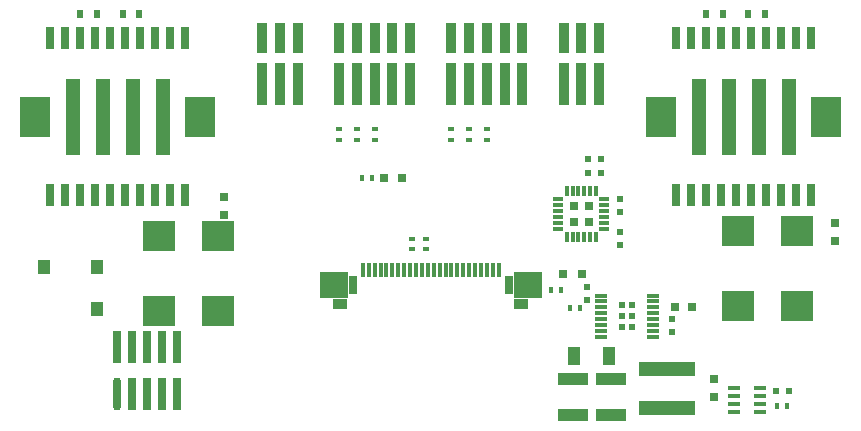
<source format=gbr>
G04 #@! TF.FileFunction,Paste,Top*
%FSLAX46Y46*%
G04 Gerber Fmt 4.6, Leading zero omitted, Abs format (unit mm)*
G04 Created by KiCad (PCBNEW 4.0.7-e2-6376~58~ubuntu16.04.1) date Wed Apr 25 11:00:23 2018*
%MOMM*%
%LPD*%
G01*
G04 APERTURE LIST*
%ADD10C,0.100000*%
%ADD11R,2.700000X2.550000*%
%ADD12R,0.850000X2.650000*%
%ADD13R,0.850000X3.550000*%
%ADD14R,4.700000X1.200000*%
%ADD15R,1.000000X1.300000*%
%ADD16R,1.000000X1.200000*%
%ADD17R,1.000000X0.300000*%
%ADD18R,0.495000X0.570000*%
%ADD19R,1.060000X0.400000*%
%ADD20R,0.300000X0.850000*%
%ADD21R,0.850000X0.300000*%
%ADD22R,0.780000X0.780000*%
%ADD23R,1.000000X1.600000*%
%ADD24R,0.500000X0.600000*%
%ADD25R,0.800000X0.750000*%
%ADD26R,0.750000X0.800000*%
%ADD27R,2.500000X1.000000*%
%ADD28R,0.600000X0.500000*%
%ADD29R,0.600000X0.700000*%
%ADD30R,0.800000X0.800000*%
%ADD31R,0.400000X0.600000*%
%ADD32R,0.600000X0.400000*%
%ADD33R,0.300000X1.250000*%
%ADD34R,2.400000X2.200000*%
%ADD35R,1.300000X0.850000*%
%ADD36R,0.800000X1.600000*%
%ADD37O,0.740000X2.800000*%
%ADD38R,0.740000X2.800000*%
%ADD39R,0.760000X1.830000*%
%ADD40R,2.500000X3.400000*%
%ADD41R,1.270000X6.400000*%
G04 APERTURE END LIST*
D10*
D11*
X78000000Y21775000D03*
X78000000Y15425000D03*
X29000000Y21425000D03*
X29000000Y15075000D03*
X24000000Y21425000D03*
X24000000Y15075000D03*
X73000000Y21775000D03*
X73000000Y15425000D03*
D12*
X54750000Y38150000D03*
D13*
X54750000Y34250000D03*
D12*
X53250000Y38150000D03*
X51750000Y38150000D03*
X50250000Y38150000D03*
X48750000Y38150000D03*
D13*
X53250000Y34250000D03*
X51750000Y34250000D03*
X50250000Y34250000D03*
X48750000Y34250000D03*
D12*
X45250000Y38150000D03*
D13*
X45250000Y34250000D03*
D12*
X43750000Y38150000D03*
X42250000Y38150000D03*
X40750000Y38150000D03*
X39250000Y38150000D03*
D13*
X43750000Y34250000D03*
X42250000Y34250000D03*
X40750000Y34250000D03*
X39250000Y34250000D03*
D14*
X67000000Y10155000D03*
X67000000Y6845000D03*
D15*
X18750000Y18750000D03*
D16*
X14250000Y18750000D03*
X18750000Y15250000D03*
D17*
X61400000Y16350000D03*
X61400000Y15850000D03*
X61400000Y15350000D03*
X61400000Y14850000D03*
X61400000Y14350000D03*
X65800000Y14350000D03*
X65800000Y14850000D03*
X65800000Y15350000D03*
X65800000Y15850000D03*
X65800000Y16350000D03*
X61400000Y13850000D03*
X61400000Y13350000D03*
X61400000Y12850000D03*
X65800000Y13850000D03*
X65800000Y13350000D03*
X65800000Y12850000D03*
D18*
X64000000Y15550000D03*
X64000000Y14600000D03*
X64000000Y13650000D03*
X63200000Y13650000D03*
X63200000Y14600000D03*
X63200000Y15550000D03*
D12*
X61250000Y38150000D03*
D13*
X61250000Y34250000D03*
D12*
X59750000Y38150000D03*
X58250000Y38150000D03*
D13*
X59750000Y34250000D03*
X58250000Y34250000D03*
D12*
X35750000Y38150000D03*
D13*
X35750000Y34250000D03*
D12*
X34250000Y38150000D03*
X32750000Y38150000D03*
D13*
X34250000Y34250000D03*
X32750000Y34250000D03*
D19*
X74850000Y6520000D03*
X74850000Y7170000D03*
X74850000Y7830000D03*
X74850000Y8480000D03*
X72650000Y8480000D03*
X72650000Y7830000D03*
X72650000Y7170000D03*
X72650000Y6520000D03*
D20*
X58500000Y21300000D03*
X59000000Y21300000D03*
X59500000Y21300000D03*
X60000000Y21300000D03*
X60500000Y21300000D03*
X61000000Y21300000D03*
D21*
X61700000Y22000000D03*
X61700000Y22500000D03*
X61700000Y23000000D03*
X61700000Y23500000D03*
X61700000Y24000000D03*
X61700000Y24500000D03*
D20*
X61000000Y25200000D03*
X60500000Y25200000D03*
X60000000Y25200000D03*
X59500000Y25200000D03*
X59000000Y25200000D03*
X58500000Y25200000D03*
D21*
X57800000Y24500000D03*
X57800000Y24000000D03*
X57800000Y23500000D03*
X57800000Y23000000D03*
X57800000Y22500000D03*
X57800000Y22000000D03*
D22*
X60400000Y23900000D03*
X59100000Y23900000D03*
X60400000Y22600000D03*
X59100000Y22600000D03*
D23*
X59100000Y11200000D03*
X62100000Y11200000D03*
D24*
X60200000Y16000000D03*
X60200000Y17100000D03*
D25*
X67650000Y15400000D03*
X69150000Y15400000D03*
D26*
X29500000Y23200000D03*
X29500000Y24700000D03*
X81250000Y21000000D03*
X81250000Y22500000D03*
D24*
X67400000Y14350000D03*
X67400000Y13250000D03*
D26*
X71000000Y9250000D03*
X71000000Y7750000D03*
D27*
X59000000Y6250000D03*
X59000000Y9250000D03*
X62250000Y6250000D03*
X62250000Y9250000D03*
D28*
X76200000Y8250000D03*
X77300000Y8250000D03*
D24*
X63000000Y21750000D03*
X63000000Y20650000D03*
D28*
X61400000Y27900000D03*
X60300000Y27900000D03*
X61400000Y26700000D03*
X60300000Y26700000D03*
D24*
X63000000Y23450000D03*
X63000000Y24550000D03*
D29*
X22300000Y40200000D03*
X20900000Y40200000D03*
X75300000Y40200000D03*
X73900000Y40200000D03*
X18700000Y40200000D03*
X17300000Y40200000D03*
X71700000Y40200000D03*
X70300000Y40200000D03*
D30*
X43000000Y26300000D03*
X44600000Y26300000D03*
X58200000Y18200000D03*
X59800000Y18200000D03*
D31*
X59650000Y15300000D03*
X58750000Y15300000D03*
X41150000Y26300000D03*
X42050000Y26300000D03*
X77200000Y7000000D03*
X76300000Y7000000D03*
D32*
X51750000Y30450000D03*
X51750000Y29550000D03*
X50250000Y30450000D03*
X50250000Y29550000D03*
X48750000Y30450000D03*
X48750000Y29550000D03*
X42250000Y30450000D03*
X42250000Y29550000D03*
X40750000Y30450000D03*
X40750000Y29550000D03*
X39250000Y30450000D03*
X39250000Y29550000D03*
D31*
X58050000Y16800000D03*
X57150000Y16800000D03*
D32*
X45400000Y20250000D03*
X45400000Y21150000D03*
X46600000Y21150000D03*
X46600000Y20250000D03*
D33*
X41250000Y18500000D03*
X41750000Y18500000D03*
X42250000Y18500000D03*
X42750000Y18500000D03*
X43250000Y18500000D03*
X43750000Y18500000D03*
X44250000Y18500000D03*
X44750000Y18500000D03*
X45250000Y18500000D03*
X45750000Y18500000D03*
X46250000Y18500000D03*
X46750000Y18500000D03*
X47250000Y18500000D03*
X47750000Y18500000D03*
X48250000Y18500000D03*
X48750000Y18500000D03*
X49250000Y18500000D03*
X49750000Y18500000D03*
X50250000Y18500000D03*
X50750000Y18500000D03*
X51250000Y18500000D03*
X51750000Y18500000D03*
X52250000Y18500000D03*
X52750000Y18500000D03*
D34*
X38800000Y17200000D03*
X55200000Y17200000D03*
D35*
X39350000Y15670000D03*
X54650000Y15670000D03*
D36*
X40400000Y17250000D03*
X53600000Y17250000D03*
D37*
X20460000Y8000000D03*
D38*
X20460000Y12000000D03*
X21730000Y8000000D03*
X21730000Y12000000D03*
X23000000Y8000000D03*
X23000000Y12000000D03*
X24270000Y8000000D03*
X24270000Y12000000D03*
X25540000Y8000000D03*
X25540000Y12000000D03*
D39*
X14785000Y24874000D03*
X16055000Y24874000D03*
X17325000Y24874000D03*
X18595000Y24874000D03*
X19865000Y24874000D03*
X21135000Y24874000D03*
X22405000Y24874000D03*
X23675000Y24874000D03*
X24945000Y24874000D03*
X26215000Y24874000D03*
X26215000Y38126000D03*
X24945000Y38126000D03*
X23675000Y38126000D03*
X22405000Y38126000D03*
X21135000Y38126000D03*
X19865000Y38126000D03*
X18595000Y38126000D03*
X17325000Y38126000D03*
X16055000Y38126000D03*
X14785000Y38126000D03*
D40*
X13515000Y31500000D03*
X27485000Y31500000D03*
D41*
X16690000Y31500000D03*
X19230000Y31500000D03*
X21770000Y31500000D03*
X24310000Y31500000D03*
D39*
X67785000Y24874000D03*
X69055000Y24874000D03*
X70325000Y24874000D03*
X71595000Y24874000D03*
X72865000Y24874000D03*
X74135000Y24874000D03*
X75405000Y24874000D03*
X76675000Y24874000D03*
X77945000Y24874000D03*
X79215000Y24874000D03*
X79215000Y38126000D03*
X77945000Y38126000D03*
X76675000Y38126000D03*
X75405000Y38126000D03*
X74135000Y38126000D03*
X72865000Y38126000D03*
X71595000Y38126000D03*
X70325000Y38126000D03*
X69055000Y38126000D03*
X67785000Y38126000D03*
D40*
X66515000Y31500000D03*
X80485000Y31500000D03*
D41*
X69690000Y31500000D03*
X72230000Y31500000D03*
X74770000Y31500000D03*
X77310000Y31500000D03*
M02*

</source>
